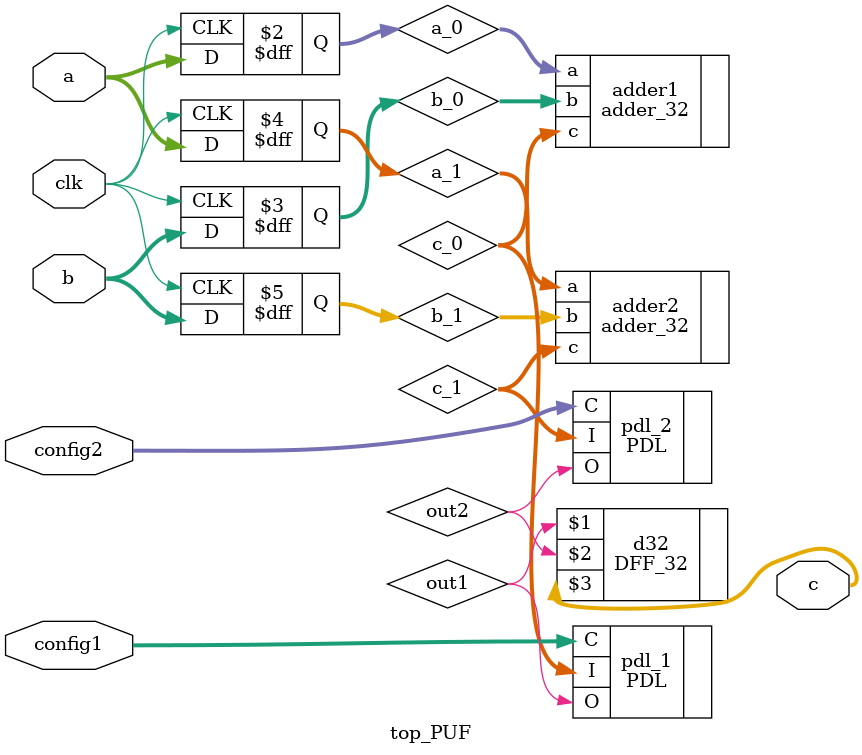
<source format=v>
`timescale 1ns / 1ps
module top_PUF(
    input wire clk,

    //Configuration bits for PDL
    input wire	[127:0]	config1,
    input wire	[127:0]	config2,

    //Operands and output
    input  wire [31:0] a,
    input  wire [31:0] b,
    output wire [31:0] c
    );


(* KEEP = "TRUE" *)reg [31:0] a_0, b_0, a_1, b_1;

always @(posedge clk) begin
    a_0 <= a;
    a_1 <= a;
    b_0 <= b;
    b_1 <= b;
end

(* KEEP = "TRUE" *) wire [31:0] c_0;
(* KEEP = "TRUE" *) wire [31:0] c_1;

//PDL output NETS
(* KEEP = "TRUE" *) wire out1, out2;


(* KEEP = "TRUE" *) adder_32 adder1(
		.a(a_0),
		.b(b_0),
		.c(c_0)//result
	);

(* KEEP = "TRUE" *) adder_32 adder2(
		.a(a_1),
		.b(b_1),
		.c(c_1)//result
	);


(* KEEP = "TRUE" *) PDL pdl_1(
         .I(c_0),       //Input signal to the PDL module
         .C(config1),   //Control bits for each LUT in the PDL
         .O(out1)        //Output of the PDL line
     );

(* KEEP = "TRUE" *) PDL pdl_2(
         .I(c_1),       //Input signal to the PDL module
         .C(config2),   //Control bits for each LUT in the PDL
         .O(out2)        //Output of the PDL line
     );


(* KEEP = "TRUE" *) DFF_32 d32(
		out1, // Data Input
		out2, // LatchInput
		c        // Q output
	);


endmodule

</source>
